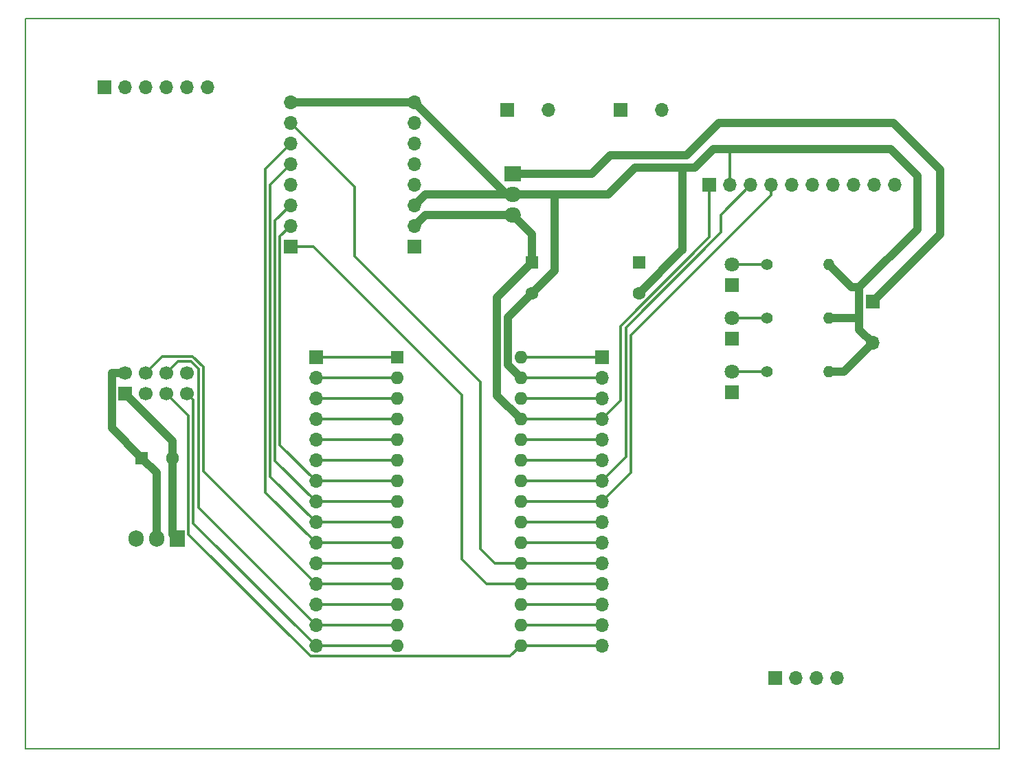
<source format=gbr>
%TF.GenerationSoftware,KiCad,Pcbnew,8.0.2*%
%TF.CreationDate,2024-06-06T15:09:29+02:00*%
%TF.ProjectId,remote controll_v1,72656d6f-7465-4206-936f-6e74726f6c6c,rev?*%
%TF.SameCoordinates,Original*%
%TF.FileFunction,Copper,L1,Top*%
%TF.FilePolarity,Positive*%
%FSLAX46Y46*%
G04 Gerber Fmt 4.6, Leading zero omitted, Abs format (unit mm)*
G04 Created by KiCad (PCBNEW 8.0.2) date 2024-06-06 15:09:29*
%MOMM*%
%LPD*%
G01*
G04 APERTURE LIST*
%TA.AperFunction,NonConductor*%
%ADD10C,0.200000*%
%TD*%
%TA.AperFunction,ComponentPad*%
%ADD11C,1.400000*%
%TD*%
%TA.AperFunction,ComponentPad*%
%ADD12O,1.400000X1.400000*%
%TD*%
%TA.AperFunction,ComponentPad*%
%ADD13R,1.800000X1.800000*%
%TD*%
%TA.AperFunction,ComponentPad*%
%ADD14C,1.800000*%
%TD*%
%TA.AperFunction,ComponentPad*%
%ADD15R,1.700000X1.700000*%
%TD*%
%TA.AperFunction,ComponentPad*%
%ADD16O,1.700000X1.700000*%
%TD*%
%TA.AperFunction,ComponentPad*%
%ADD17R,1.600000X1.600000*%
%TD*%
%TA.AperFunction,ComponentPad*%
%ADD18C,1.600000*%
%TD*%
%TA.AperFunction,ComponentPad*%
%ADD19C,1.700000*%
%TD*%
%TA.AperFunction,ComponentPad*%
%ADD20O,1.600000X1.600000*%
%TD*%
%TA.AperFunction,ComponentPad*%
%ADD21R,1.905000X2.000000*%
%TD*%
%TA.AperFunction,ComponentPad*%
%ADD22O,1.905000X2.000000*%
%TD*%
%TA.AperFunction,ComponentPad*%
%ADD23R,2.000000X1.905000*%
%TD*%
%TA.AperFunction,ComponentPad*%
%ADD24O,2.000000X1.905000*%
%TD*%
%TA.AperFunction,Conductor*%
%ADD25C,1.000000*%
%TD*%
%TA.AperFunction,Conductor*%
%ADD26C,0.300000*%
%TD*%
G04 APERTURE END LIST*
D10*
X130379000Y-59617309D02*
X250379000Y-59617309D01*
X250379000Y-149617309D01*
X130379000Y-149617309D01*
X130379000Y-59617309D01*
D11*
%TO.P,R2,1*%
%TO.N,Net-(D2-A)*%
X221742000Y-96520000D03*
D12*
%TO.P,R2,2*%
%TO.N,Net-(3v3_regulator1-GND)*%
X229362000Y-96520000D03*
%TD*%
D13*
%TO.P,D2,1,K*%
%TO.N,Net-(A1-A6)*%
X217424000Y-99065000D03*
D14*
%TO.P,D2,2,A*%
%TO.N,Net-(D2-A)*%
X217424000Y-96525000D03*
%TD*%
D11*
%TO.P,R3,1*%
%TO.N,Net-(D3-A)*%
X221742000Y-89916000D03*
D12*
%TO.P,R3,2*%
%TO.N,Net-(3v3_regulator1-GND)*%
X229362000Y-89916000D03*
%TD*%
D15*
%TO.P,MPU1,1,VCC*%
%TO.N,Net-(A1-+5V)*%
X214689000Y-80117000D03*
D16*
%TO.P,MPU1,2,GND*%
%TO.N,Net-(3v3_regulator1-GND)*%
X217229000Y-80117000D03*
%TO.P,MPU1,3,SCL*%
%TO.N,Net-(A1-A5)*%
X219769000Y-80117000D03*
%TO.P,MPU1,4,SDA*%
%TO.N,Net-(A1-A4)*%
X222309000Y-80117000D03*
%TO.P,MPU1,5,EDA*%
%TO.N,unconnected-(MPU1-EDA-Pad5)*%
X224849000Y-80117000D03*
%TO.P,MPU1,6,ECL*%
%TO.N,unconnected-(MPU1-ECL-Pad6)*%
X227389000Y-80117000D03*
%TO.P,MPU1,7,ADO*%
%TO.N,unconnected-(MPU1-ADO-Pad7)*%
X229929000Y-80117000D03*
%TO.P,MPU1,8,INT*%
%TO.N,unconnected-(MPU1-INT-Pad8)*%
X232469000Y-80117000D03*
%TO.P,MPU1,9,NCS*%
%TO.N,unconnected-(MPU1-NCS-Pad9)*%
X235009000Y-80117000D03*
%TO.P,MPU1,10,FSYNC*%
%TO.N,unconnected-(MPU1-FSYNC-Pad10)*%
X237549000Y-80117000D03*
%TD*%
D11*
%TO.P,R1,1*%
%TO.N,Net-(D1-A)*%
X221742000Y-103129000D03*
D12*
%TO.P,R1,2*%
%TO.N,Net-(3v3_regulator1-GND)*%
X229362000Y-103129000D03*
%TD*%
D15*
%TO.P,MOTOR_A1,1,Input*%
%TO.N,Net-(MOTOR_A1-Input)*%
X189738000Y-70839000D03*
D16*
%TO.P,MOTOR_A1,2,GND*%
%TO.N,Net-(MOTOR_A1-GND)*%
X194818000Y-70839000D03*
%TD*%
D15*
%TO.P,GPS1,1,GND*%
%TO.N,Net-(3v3_regulator1-GND)*%
X222814000Y-140892000D03*
D16*
%TO.P,GPS1,2,TX*%
%TO.N,Net-(A1-D3)*%
X225354000Y-140892000D03*
%TO.P,GPS1,3,RX*%
%TO.N,Net-(A1-D2)*%
X227894000Y-140892000D03*
%TO.P,GPS1,4,VCC*%
%TO.N,Net-(A1-+5V)*%
X230434000Y-140892000D03*
%TD*%
D15*
%TO.P,TB6612FNG1,1,VM*%
%TO.N,Net-(3v3_regulator1-VI)*%
X178308000Y-87711000D03*
D16*
%TO.P,TB6612FNG1,2,VCC*%
%TO.N,Net-(A1-+5V)*%
X178308000Y-85171000D03*
%TO.P,TB6612FNG1,3,GND*%
%TO.N,Net-(3v3_regulator1-GND)*%
X178308000Y-82631000D03*
%TO.P,TB6612FNG1,4,AO1*%
%TO.N,Net-(MOTOR_B1-GND)*%
X178308000Y-80091000D03*
%TO.P,TB6612FNG1,5,AO2*%
%TO.N,Net-(MOTOR_B1-Input)*%
X178308000Y-77551000D03*
%TO.P,TB6612FNG1,6,BO2*%
%TO.N,Net-(MOTOR_A1-GND)*%
X178308000Y-75011000D03*
%TO.P,TB6612FNG1,7,BO1*%
%TO.N,Net-(MOTOR_A1-Input)*%
X178308000Y-72471000D03*
%TO.P,TB6612FNG1,8,GND*%
%TO.N,Net-(3v3_regulator1-GND)*%
X178308000Y-69931000D03*
D15*
%TO.P,TB6612FNG1,9,PWM_A*%
%TO.N,Net-(A1-A0)*%
X163068000Y-87711000D03*
D16*
%TO.P,TB6612FNG1,10,AI2*%
%TO.N,Net-(A1-D4)*%
X163068000Y-85171000D03*
%TO.P,TB6612FNG1,11,AI1*%
%TO.N,Net-(A1-D5)*%
X163068000Y-82631000D03*
%TO.P,TB6612FNG1,12,STBY*%
%TO.N,Net-(A1-D10)*%
X163068000Y-80091000D03*
%TO.P,TB6612FNG1,13,BI1*%
%TO.N,Net-(A1-D6)*%
X163068000Y-77551000D03*
%TO.P,TB6612FNG1,14,BI2*%
%TO.N,Net-(A1-D7)*%
X163068000Y-75011000D03*
%TO.P,TB6612FNG1,15,PWM_B*%
%TO.N,Net-(A1-A1)*%
X163068000Y-72471000D03*
%TO.P,TB6612FNG1,16,GND*%
%TO.N,Net-(3v3_regulator1-GND)*%
X163068000Y-69931000D03*
%TD*%
D13*
%TO.P,D1,1,K*%
%TO.N,Net-(A1-A3)*%
X217424000Y-105669000D03*
D14*
%TO.P,D1,2,A*%
%TO.N,Net-(D1-A)*%
X217424000Y-103129000D03*
%TD*%
D17*
%TO.P,C5v1,1*%
%TO.N,Net-(A1-+5V)*%
X192786000Y-89672000D03*
D18*
%TO.P,C5v1,2*%
%TO.N,Net-(3v3_regulator1-GND)*%
X192786000Y-93472000D03*
%TD*%
D15*
%TO.P,NRF1,0*%
%TO.N,N/C*%
X140178000Y-68059000D03*
D16*
X142718000Y-68059000D03*
X145258000Y-68059000D03*
X147798000Y-68059000D03*
X150338000Y-68059000D03*
X152878000Y-68059000D03*
D15*
%TO.P,NRF1,1,GND*%
%TO.N,Net-(3v3_regulator1-GND)*%
X142718000Y-105797000D03*
D19*
%TO.P,NRF1,2,VCC*%
%TO.N,Net-(3v3_regulator1-VO)*%
X142718000Y-103257000D03*
%TO.P,NRF1,3,CE*%
%TO.N,Net-(A1-D8)*%
X145258000Y-105797000D03*
%TO.P,NRF1,4,~{CSN}*%
%TO.N,Net-(A1-D9)*%
X145258000Y-103257000D03*
%TO.P,NRF1,5,SCK*%
%TO.N,Net-(A1-D13)*%
X147798000Y-105797000D03*
%TO.P,NRF1,6,MOSI*%
%TO.N,Net-(A1-D11)*%
X147798000Y-103257000D03*
%TO.P,NRF1,7,MISO*%
%TO.N,Net-(A1-D12)*%
X150338000Y-105797000D03*
%TO.P,NRF1,8,IRQ*%
%TO.N,unconnected-(NRF1-IRQ-Pad8)*%
X150338000Y-103257000D03*
%TD*%
D15*
%TO.P,A1,1,D1/TX*%
%TO.N,unconnected-(A1-D1{slash}TX-Pad1)*%
X166182000Y-101346000D03*
D17*
X176181857Y-101346000D03*
D16*
%TO.P,A1,2,D0/RX*%
%TO.N,unconnected-(A1-D0{slash}RX-Pad2)*%
X166182000Y-103886000D03*
D20*
X176181857Y-103886000D03*
D16*
%TO.P,A1,3,~{RESET}*%
%TO.N,unconnected-(A1-~{RESET}-Pad3)*%
X166182000Y-106426000D03*
D20*
X176181857Y-106426000D03*
D16*
%TO.P,A1,4,GND*%
%TO.N,Net-(3v3_regulator1-GND)*%
X166182000Y-108966000D03*
D20*
X176181857Y-108966000D03*
D16*
%TO.P,A1,5,D2*%
%TO.N,Net-(A1-D2)*%
X166182000Y-111506000D03*
D20*
X176181857Y-111506000D03*
D16*
%TO.P,A1,6,D3*%
%TO.N,Net-(A1-D3)*%
X166182000Y-114046000D03*
D20*
X176181857Y-114046000D03*
D16*
%TO.P,A1,7,D4*%
%TO.N,Net-(A1-D4)*%
X166182000Y-116586000D03*
D20*
X176181857Y-116586000D03*
D16*
%TO.P,A1,8,D5*%
%TO.N,Net-(A1-D5)*%
X166182000Y-119126000D03*
D20*
X176181857Y-119126000D03*
D16*
%TO.P,A1,9,D6*%
%TO.N,Net-(A1-D6)*%
X166182000Y-121666000D03*
D20*
X176181857Y-121666000D03*
D16*
%TO.P,A1,10,D7*%
%TO.N,Net-(A1-D7)*%
X166182000Y-124206000D03*
D20*
X176181857Y-124206000D03*
D16*
%TO.P,A1,11,D8*%
%TO.N,Net-(A1-D8)*%
X166182000Y-126746000D03*
D20*
X176181857Y-126746000D03*
D16*
%TO.P,A1,12,D9*%
%TO.N,Net-(A1-D9)*%
X166182000Y-129286000D03*
D20*
X176181857Y-129286000D03*
D16*
%TO.P,A1,13,D10*%
%TO.N,Net-(A1-D10)*%
X166182000Y-131826000D03*
D20*
X176181857Y-131826000D03*
D16*
%TO.P,A1,14,D11*%
%TO.N,Net-(A1-D11)*%
X166182000Y-134366000D03*
D20*
X176181857Y-134366000D03*
D16*
%TO.P,A1,15,D12*%
%TO.N,Net-(A1-D12)*%
X166182000Y-136906000D03*
D20*
X176181857Y-136906000D03*
%TO.P,A1,16,D13*%
%TO.N,Net-(A1-D13)*%
X191421857Y-136906000D03*
D16*
X201422000Y-136906000D03*
D20*
%TO.P,A1,17,3V3*%
%TO.N,unconnected-(A1-3V3-Pad17)*%
X191421857Y-134366000D03*
D16*
X201422000Y-134366000D03*
D20*
%TO.P,A1,18,AREF*%
%TO.N,unconnected-(A1-AREF-Pad18)*%
X191421857Y-131826000D03*
D16*
X201422000Y-131826000D03*
D20*
%TO.P,A1,19,A0*%
%TO.N,Net-(A1-A0)*%
X191421857Y-129286000D03*
D16*
X201422000Y-129286000D03*
D20*
%TO.P,A1,20,A1*%
%TO.N,Net-(A1-A1)*%
X191421857Y-126746000D03*
D16*
X201422000Y-126746000D03*
D20*
%TO.P,A1,21,A2*%
%TO.N,unconnected-(A1-A2-Pad21)*%
X191421857Y-124206000D03*
D16*
X201422000Y-124206000D03*
D20*
%TO.P,A1,22,A3*%
%TO.N,Net-(A1-A3)*%
X191421857Y-121666000D03*
D16*
X201422000Y-121666000D03*
D20*
%TO.P,A1,23,A4*%
%TO.N,Net-(A1-A4)*%
X191421857Y-119126000D03*
D16*
X201422000Y-119126000D03*
D20*
%TO.P,A1,24,A5*%
%TO.N,Net-(A1-A5)*%
X191421857Y-116586000D03*
D16*
X201422000Y-116586000D03*
D20*
%TO.P,A1,25,A6*%
%TO.N,Net-(A1-A6)*%
X191421857Y-114046000D03*
D16*
X201422000Y-114046000D03*
D20*
%TO.P,A1,26,A7*%
%TO.N,Net-(A1-A7)*%
X191421857Y-111506000D03*
D16*
X201422000Y-111506000D03*
D20*
%TO.P,A1,27,+5V*%
%TO.N,Net-(A1-+5V)*%
X191421857Y-108966000D03*
D16*
X201422000Y-108966000D03*
D20*
%TO.P,A1,28,~{RESET}*%
%TO.N,unconnected-(A1-~{RESET}-Pad28)*%
X191421857Y-106426000D03*
D16*
X201422000Y-106426000D03*
D20*
%TO.P,A1,29,GND*%
%TO.N,Net-(3v3_regulator1-GND)*%
X191421857Y-103886000D03*
D16*
X201422000Y-103886000D03*
D20*
%TO.P,A1,30,VIN*%
%TO.N,unconnected-(A1-VIN-Pad30)*%
X191421857Y-101346000D03*
D15*
X201422000Y-101346000D03*
%TD*%
%TO.P,MOTOR_B1,1,Input*%
%TO.N,Net-(MOTOR_B1-Input)*%
X203708000Y-70839000D03*
D16*
%TO.P,MOTOR_B1,2,GND*%
%TO.N,Net-(MOTOR_B1-GND)*%
X208788000Y-70839000D03*
%TD*%
D21*
%TO.P,3v3_regulator1,1,GND*%
%TO.N,Net-(3v3_regulator1-GND)*%
X149098000Y-123696000D03*
D22*
%TO.P,3v3_regulator1,2,VO*%
%TO.N,Net-(3v3_regulator1-VO)*%
X146558000Y-123696000D03*
%TO.P,3v3_regulator1,3,VI*%
%TO.N,Net-(3v3_regulator1-VI)*%
X144018000Y-123696000D03*
%TD*%
D17*
%TO.P,C3.3v1,1*%
%TO.N,Net-(3v3_regulator1-VO)*%
X144755349Y-113792000D03*
D18*
%TO.P,C3.3v1,2*%
%TO.N,Net-(3v3_regulator1-GND)*%
X148555349Y-113792000D03*
%TD*%
D15*
%TO.P,POWER_INPUT1,1,Input*%
%TO.N,Net-(3v3_regulator1-VI)*%
X234796000Y-94488000D03*
D16*
%TO.P,POWER_INPUT1,2,GND*%
%TO.N,Net-(3v3_regulator1-GND)*%
X234796000Y-99568000D03*
%TD*%
D23*
%TO.P,U1,1,IN*%
%TO.N,Net-(3v3_regulator1-VI)*%
X190414000Y-78740000D03*
D24*
%TO.P,U1,2,GND*%
%TO.N,Net-(3v3_regulator1-GND)*%
X190414000Y-81280000D03*
%TO.P,U1,3,OUT*%
%TO.N,Net-(A1-+5V)*%
X190414000Y-83820000D03*
%TD*%
D13*
%TO.P,D3,1,K*%
%TO.N,Net-(A1-A7)*%
X217424000Y-92461000D03*
D14*
%TO.P,D3,2,A*%
%TO.N,Net-(D3-A)*%
X217424000Y-89921000D03*
%TD*%
D17*
%TO.P,C12v1,1*%
%TO.N,Net-(3v3_regulator1-VI)*%
X205994000Y-89637349D03*
D18*
%TO.P,C12v1,2*%
%TO.N,Net-(3v3_regulator1-GND)*%
X205994000Y-93437349D03*
%TD*%
D25*
%TO.N,Net-(3v3_regulator1-VO)*%
X146558000Y-123696000D02*
X146558000Y-115594651D01*
X144755349Y-113792000D02*
X141068000Y-110104651D01*
X146558000Y-115594651D02*
X144755349Y-113792000D01*
X141068000Y-103280000D02*
X141091000Y-103257000D01*
X141091000Y-103257000D02*
X142718000Y-103257000D01*
X141068000Y-110104651D02*
X141068000Y-103280000D01*
%TO.N,Net-(3v3_regulator1-GND)*%
X240284000Y-78994000D02*
X236982000Y-75692000D01*
X232182000Y-92736000D02*
X233146000Y-92736000D01*
X233146000Y-92736000D02*
X240284000Y-85598000D01*
X229362000Y-96520000D02*
X232892000Y-96520000D01*
X178308000Y-69931000D02*
X163068000Y-69931000D01*
X205994000Y-93437349D02*
X211293349Y-88138000D01*
X233146000Y-96774000D02*
X233146000Y-96266000D01*
X202184000Y-81280000D02*
X195580000Y-81280000D01*
X178308000Y-69931000D02*
X189657000Y-81280000D01*
D26*
X217229000Y-80117000D02*
X217229000Y-75887000D01*
D25*
X148555349Y-113792000D02*
X148555349Y-123153349D01*
X148555349Y-111634349D02*
X142718000Y-105797000D01*
X189657000Y-81280000D02*
X190414000Y-81280000D01*
X232892000Y-96520000D02*
X233146000Y-96266000D01*
X212852000Y-77978000D02*
X211328000Y-77978000D01*
X189821857Y-102286000D02*
X191421857Y-103886000D01*
X192786000Y-93472000D02*
X189821857Y-96436143D01*
X215138000Y-75692000D02*
X212852000Y-77978000D01*
X211328000Y-88138000D02*
X211328000Y-77978000D01*
D26*
X166182000Y-108966000D02*
X176181857Y-108966000D01*
D25*
X195580000Y-81280000D02*
X190414000Y-81280000D01*
X211293349Y-88138000D02*
X211328000Y-88138000D01*
X195580000Y-90678000D02*
X195580000Y-81280000D01*
X190414000Y-81280000D02*
X179659000Y-81280000D01*
X231235000Y-103129000D02*
X234796000Y-99568000D01*
X211328000Y-77978000D02*
X205486000Y-77978000D01*
X240284000Y-85598000D02*
X240284000Y-78994000D01*
X233146000Y-97918000D02*
X233146000Y-96774000D01*
X148555349Y-113792000D02*
X148555349Y-111634349D01*
X192786000Y-93472000D02*
X195580000Y-90678000D01*
X234796000Y-99568000D02*
X233146000Y-97918000D01*
D26*
X201422000Y-103886000D02*
X191421857Y-103886000D01*
X232892000Y-96520000D02*
X233146000Y-96774000D01*
D25*
X148555349Y-123153349D02*
X149098000Y-123696000D01*
X236982000Y-75692000D02*
X217424000Y-75692000D01*
X205486000Y-77978000D02*
X202184000Y-81280000D01*
X229362000Y-89916000D02*
X232182000Y-92736000D01*
X179659000Y-81280000D02*
X178308000Y-82631000D01*
X233146000Y-96266000D02*
X233146000Y-92736000D01*
X229362000Y-103129000D02*
X231235000Y-103129000D01*
X217424000Y-75692000D02*
X215138000Y-75692000D01*
X189821857Y-96436143D02*
X189821857Y-102286000D01*
D26*
X217229000Y-75887000D02*
X217424000Y-75692000D01*
D25*
%TO.N,Net-(3v3_regulator1-VI)*%
X202438000Y-76454000D02*
X200152000Y-78740000D01*
X243078000Y-78232000D02*
X243078000Y-86206000D01*
X243078000Y-86206000D02*
X234796000Y-94488000D01*
X144016000Y-123696000D02*
X144018000Y-123696000D01*
X215801000Y-72489000D02*
X211836000Y-76454000D01*
X237335000Y-72489000D02*
X243078000Y-78232000D01*
X211836000Y-76454000D02*
X202438000Y-76454000D01*
X215801000Y-72489000D02*
X237335000Y-72489000D01*
X200152000Y-78740000D02*
X190414000Y-78740000D01*
D26*
%TO.N,Net-(A1-D4)*%
X161768000Y-112172000D02*
X166182000Y-116586000D01*
X166182000Y-116586000D02*
X176181857Y-116586000D01*
X161768000Y-86471000D02*
X161768000Y-112172000D01*
X163068000Y-85171000D02*
X161768000Y-86471000D01*
%TO.N,Net-(A1-D11)*%
X166182000Y-134366000D02*
X176181857Y-134366000D01*
X150773478Y-101854000D02*
X149201000Y-101854000D01*
X151700500Y-119884500D02*
X151700500Y-102781022D01*
X166182000Y-134366000D02*
X151700500Y-119884500D01*
X149201000Y-101854000D02*
X147798000Y-103257000D01*
X151700500Y-102781022D02*
X150773478Y-101854000D01*
%TO.N,Net-(A1-A5)*%
X216074000Y-85973644D02*
X204363822Y-97683822D01*
X219769000Y-80117000D02*
X216074000Y-83812000D01*
X204363822Y-97683822D02*
X204363822Y-113644178D01*
X216074000Y-83812000D02*
X216074000Y-85973644D01*
X191421857Y-116586000D02*
X201422000Y-116586000D01*
X204363822Y-113644178D02*
X201422000Y-116586000D01*
%TO.N,unconnected-(A1-A2-Pad21)*%
X201422000Y-124206000D02*
X191421857Y-124206000D01*
%TO.N,Net-(A1-D6)*%
X163068000Y-77551000D02*
X160568000Y-80051000D01*
X160568000Y-116052000D02*
X166182000Y-121666000D01*
X166182000Y-121666000D02*
X176181857Y-121666000D01*
X160568000Y-80051000D02*
X160568000Y-116052000D01*
%TO.N,unconnected-(A1-~{RESET}-Pad28)*%
X191421857Y-106426000D02*
X201422000Y-106426000D01*
%TO.N,Net-(A1-A6)*%
X201422000Y-114046000D02*
X191421857Y-114046000D01*
%TO.N,Net-(A1-D8)*%
X176181857Y-126746000D02*
X166182000Y-126746000D01*
%TO.N,unconnected-(A1-AREF-Pad18)*%
X191421857Y-131826000D02*
X201422000Y-131826000D01*
%TO.N,Net-(A1-D9)*%
X166182000Y-129286000D02*
X152300500Y-115404500D01*
X147261000Y-101254000D02*
X145258000Y-103257000D01*
X152300500Y-115404500D02*
X152300500Y-102532494D01*
X166182000Y-129286000D02*
X176181857Y-129286000D01*
X152300500Y-102532494D02*
X151022006Y-101254000D01*
X151022006Y-101254000D02*
X147261000Y-101254000D01*
%TO.N,unconnected-(A1-D1{slash}TX-Pad1)*%
X166182000Y-101346000D02*
X176181857Y-101346000D01*
%TO.N,unconnected-(A1-~{RESET}-Pad3)*%
X166182000Y-106426000D02*
X176181857Y-106426000D01*
%TO.N,Net-(A1-D12)*%
X176181857Y-136906000D02*
X166182000Y-136906000D01*
X151100500Y-106559500D02*
X150338000Y-105797000D01*
X166182000Y-136906000D02*
X151100500Y-121824500D01*
X151100500Y-121824500D02*
X151100500Y-106559500D01*
%TO.N,Net-(A1-D2)*%
X166182000Y-111506000D02*
X176181857Y-111506000D01*
%TO.N,Net-(A1-A3)*%
X191421857Y-121666000D02*
X201422000Y-121666000D01*
D25*
%TO.N,Net-(A1-+5V)*%
X179659000Y-83820000D02*
X178308000Y-85171000D01*
X192786000Y-89672000D02*
X188521857Y-93936143D01*
X190414000Y-83820000D02*
X179659000Y-83820000D01*
D26*
X214689000Y-80117000D02*
X214689000Y-86510116D01*
D25*
X188521857Y-93936143D02*
X188521857Y-106066000D01*
D26*
X203708000Y-106680000D02*
X201422000Y-108966000D01*
D25*
X192786000Y-89672000D02*
X192786000Y-86192000D01*
D26*
X214689000Y-86510116D02*
X203708000Y-97491116D01*
X203708000Y-97491116D02*
X203708000Y-106680000D01*
D25*
X192786000Y-86192000D02*
X190414000Y-83820000D01*
D26*
X201422000Y-108966000D02*
X191421857Y-108966000D01*
D25*
X188521857Y-106066000D02*
X191421857Y-108966000D01*
D26*
%TO.N,Net-(A1-D10)*%
X176181857Y-131826000D02*
X166182000Y-131826000D01*
%TO.N,Net-(A1-D7)*%
X163068000Y-75011000D02*
X159968000Y-78111000D01*
X159968000Y-78111000D02*
X159968000Y-117992000D01*
X166182000Y-124206000D02*
X176181857Y-124206000D01*
X159968000Y-117992000D02*
X166182000Y-124206000D01*
%TO.N,Net-(A1-A7)*%
X191421857Y-111506000D02*
X201422000Y-111506000D01*
%TO.N,unconnected-(A1-VIN-Pad30)*%
X191421857Y-101346000D02*
X201422000Y-101346000D01*
%TO.N,Net-(A1-A1)*%
X188214000Y-126746000D02*
X191421857Y-126746000D01*
X186436000Y-124968000D02*
X188214000Y-126746000D01*
X191421857Y-126746000D02*
X201422000Y-126746000D01*
X163068000Y-72471000D02*
X170942000Y-80345000D01*
X170942000Y-88900000D02*
X186436000Y-104394000D01*
X170942000Y-80345000D02*
X170942000Y-88900000D01*
X186436000Y-104394000D02*
X186436000Y-124968000D01*
%TO.N,Net-(A1-D3)*%
X166182000Y-114046000D02*
X176181857Y-114046000D01*
%TO.N,Net-(D1-A)*%
X221742000Y-103129000D02*
X217424000Y-103129000D01*
%TO.N,Net-(A1-D13)*%
X190121857Y-138206000D02*
X165516500Y-138206000D01*
X150500500Y-123190000D02*
X150500500Y-108499500D01*
X191421857Y-136906000D02*
X190121857Y-138206000D01*
X150500500Y-108499500D02*
X147798000Y-105797000D01*
X191421857Y-136906000D02*
X201422000Y-136906000D01*
X165516500Y-138206000D02*
X150500500Y-123190000D01*
%TO.N,Net-(A1-A4)*%
X204963822Y-115584178D02*
X201422000Y-119126000D01*
X201422000Y-119126000D02*
X191421857Y-119126000D01*
X222309000Y-80117000D02*
X222309000Y-81319081D01*
X222309000Y-81319081D02*
X204963822Y-98664259D01*
X204963822Y-98664259D02*
X204963822Y-115584178D01*
%TO.N,Net-(A1-A0)*%
X163068000Y-87711000D02*
X165859090Y-87711000D01*
X201422000Y-129286000D02*
X191421857Y-129286000D01*
X184150000Y-126238000D02*
X187198000Y-129286000D01*
X187198000Y-129286000D02*
X191421857Y-129286000D01*
X184150000Y-106001910D02*
X184150000Y-126238000D01*
X165859090Y-87711000D02*
X184150000Y-106001910D01*
%TO.N,Net-(A1-D5)*%
X161168000Y-84531000D02*
X161168000Y-114112000D01*
X161168000Y-114112000D02*
X166182000Y-119126000D01*
X163068000Y-82631000D02*
X161168000Y-84531000D01*
X166182000Y-119126000D02*
X176181857Y-119126000D01*
%TO.N,unconnected-(A1-D0{slash}RX-Pad2)*%
X166182000Y-103886000D02*
X176181857Y-103886000D01*
%TO.N,Net-(D2-A)*%
X217429000Y-96520000D02*
X217424000Y-96525000D01*
X221742000Y-96520000D02*
X217429000Y-96520000D01*
%TO.N,unconnected-(A1-3V3-Pad17)*%
X201422000Y-134366000D02*
X191421857Y-134366000D01*
%TO.N,Net-(D3-A)*%
X221483000Y-89921000D02*
X217424000Y-89921000D01*
X221742000Y-89916000D02*
X221488000Y-89916000D01*
X221488000Y-89916000D02*
X221483000Y-89921000D01*
%TD*%
M02*

</source>
